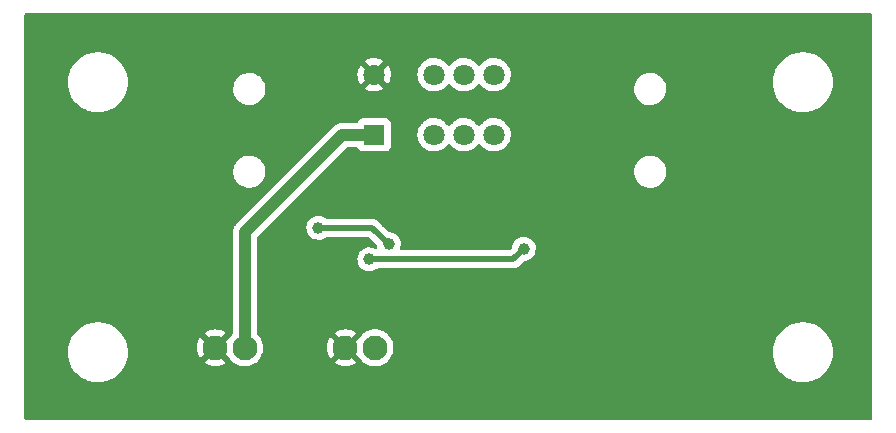
<source format=gbl>
G04 #@! TF.GenerationSoftware,KiCad,Pcbnew,6.0.5-a6ca702e91~116~ubuntu20.04.1*
G04 #@! TF.CreationDate,2022-05-28T13:47:51-04:00*
G04 #@! TF.ProjectId,audiomute,61756469-6f6d-4757-9465-2e6b69636164,rev?*
G04 #@! TF.SameCoordinates,Original*
G04 #@! TF.FileFunction,Copper,L2,Bot*
G04 #@! TF.FilePolarity,Positive*
%FSLAX46Y46*%
G04 Gerber Fmt 4.6, Leading zero omitted, Abs format (unit mm)*
G04 Created by KiCad (PCBNEW 6.0.5-a6ca702e91~116~ubuntu20.04.1) date 2022-05-28 13:47:51*
%MOMM*%
%LPD*%
G01*
G04 APERTURE LIST*
G04 #@! TA.AperFunction,ComponentPad*
%ADD10C,2.100000*%
G04 #@! TD*
G04 #@! TA.AperFunction,ComponentPad*
%ADD11R,1.800000X1.800000*%
G04 #@! TD*
G04 #@! TA.AperFunction,ComponentPad*
%ADD12C,1.800000*%
G04 #@! TD*
G04 #@! TA.AperFunction,ViaPad*
%ADD13C,1.000000*%
G04 #@! TD*
G04 #@! TA.AperFunction,Conductor*
%ADD14C,1.000000*%
G04 #@! TD*
G04 #@! TA.AperFunction,Conductor*
%ADD15C,0.500000*%
G04 #@! TD*
G04 APERTURE END LIST*
D10*
X100941000Y-101219000D03*
X98441000Y-101219000D03*
D11*
X100865000Y-83185000D03*
D12*
X105945000Y-83185000D03*
X108485000Y-83185000D03*
X111025000Y-83185000D03*
X111025000Y-78105000D03*
X108485000Y-78105000D03*
X105945000Y-78105000D03*
X100865000Y-78105000D03*
D10*
X89916000Y-101219000D03*
X87416000Y-101219000D03*
D13*
X110236000Y-89916000D03*
X72644000Y-74422000D03*
X141478000Y-74168000D03*
X141224000Y-105664000D03*
X73152000Y-105410000D03*
X113030000Y-103124000D03*
X106934000Y-96520000D03*
X101854000Y-90551000D03*
X107188000Y-74168000D03*
X119761000Y-75311000D03*
X114554000Y-85471000D03*
X112776000Y-80518000D03*
X120396000Y-105664000D03*
X73406000Y-89662000D03*
X114427000Y-95504000D03*
X82423000Y-82677000D03*
X121539000Y-91567000D03*
X131064000Y-78740000D03*
X85725000Y-75565000D03*
X131445000Y-97409000D03*
X140081000Y-88900000D03*
X96139000Y-91059000D03*
X102108000Y-92456000D03*
X100457000Y-93726000D03*
X113538000Y-92837000D03*
D14*
X100865000Y-83185000D02*
X98171000Y-83185000D01*
X98171000Y-83185000D02*
X89911000Y-91445000D01*
X89911000Y-91445000D02*
X89911000Y-94139000D01*
X89911000Y-101219000D02*
X89911000Y-94139000D01*
D15*
X100711000Y-91059000D02*
X102108000Y-92456000D01*
X96139000Y-91059000D02*
X100711000Y-91059000D01*
X112649000Y-93726000D02*
X113538000Y-92837000D01*
X100457000Y-93726000D02*
X112649000Y-93726000D01*
G04 #@! TA.AperFunction,Conductor*
G36*
X142943621Y-72918502D02*
G01*
X142990114Y-72972158D01*
X143001500Y-73024500D01*
X143001500Y-107188500D01*
X142981498Y-107256621D01*
X142927842Y-107303114D01*
X142875500Y-107314500D01*
X71373500Y-107314500D01*
X71305379Y-107294498D01*
X71258886Y-107240842D01*
X71247500Y-107188500D01*
X71247500Y-101600000D01*
X74924477Y-101600000D01*
X74944549Y-101919039D01*
X75004449Y-102233046D01*
X75103233Y-102537070D01*
X75104920Y-102540656D01*
X75104922Y-102540660D01*
X75237653Y-102822729D01*
X75237657Y-102822736D01*
X75239341Y-102826315D01*
X75410629Y-103096221D01*
X75614394Y-103342530D01*
X75847423Y-103561359D01*
X76106041Y-103749256D01*
X76386169Y-103903258D01*
X76548083Y-103967364D01*
X76679707Y-104019478D01*
X76679710Y-104019479D01*
X76683390Y-104020936D01*
X76687224Y-104021920D01*
X76687232Y-104021923D01*
X76879153Y-104071200D01*
X76993017Y-104100435D01*
X76996945Y-104100931D01*
X76996949Y-104100932D01*
X77122642Y-104116810D01*
X77310165Y-104140500D01*
X77629835Y-104140500D01*
X77817358Y-104116810D01*
X77943051Y-104100932D01*
X77943055Y-104100931D01*
X77946983Y-104100435D01*
X78060847Y-104071200D01*
X78252768Y-104021923D01*
X78252776Y-104021920D01*
X78256610Y-104020936D01*
X78260290Y-104019479D01*
X78260293Y-104019478D01*
X78391917Y-103967364D01*
X78553831Y-103903258D01*
X78833959Y-103749256D01*
X79092577Y-103561359D01*
X79325606Y-103342530D01*
X79529371Y-103096221D01*
X79700659Y-102826315D01*
X79702343Y-102822736D01*
X79702347Y-102822729D01*
X79835078Y-102540660D01*
X79835080Y-102540656D01*
X79836767Y-102537070D01*
X79852701Y-102488030D01*
X86511800Y-102488030D01*
X86517527Y-102495680D01*
X86702272Y-102608893D01*
X86711067Y-102613375D01*
X86928490Y-102703434D01*
X86937875Y-102706483D01*
X87166708Y-102761422D01*
X87176455Y-102762965D01*
X87411070Y-102781430D01*
X87420930Y-102781430D01*
X87655545Y-102762965D01*
X87665292Y-102761422D01*
X87894125Y-102706483D01*
X87903510Y-102703434D01*
X88120933Y-102613375D01*
X88129728Y-102608893D01*
X88310805Y-102497928D01*
X88320267Y-102487470D01*
X88316484Y-102478694D01*
X87428812Y-101591022D01*
X87414868Y-101583408D01*
X87413035Y-101583539D01*
X87406420Y-101587790D01*
X86518560Y-102475650D01*
X86511800Y-102488030D01*
X79852701Y-102488030D01*
X79935551Y-102233046D01*
X79995451Y-101919039D01*
X80015523Y-101600000D01*
X79995451Y-101280961D01*
X79984572Y-101223930D01*
X85853570Y-101223930D01*
X85872035Y-101458545D01*
X85873578Y-101468292D01*
X85928517Y-101697125D01*
X85931566Y-101706510D01*
X86021625Y-101923933D01*
X86026107Y-101932728D01*
X86137072Y-102113805D01*
X86147530Y-102123267D01*
X86156306Y-102119484D01*
X87043978Y-101231812D01*
X87050356Y-101220132D01*
X87780408Y-101220132D01*
X87780539Y-101221965D01*
X87784790Y-101228580D01*
X88572873Y-102016663D01*
X88591209Y-102039920D01*
X88651248Y-102137896D01*
X88654463Y-102141660D01*
X88654465Y-102141663D01*
X88782572Y-102291655D01*
X88810567Y-102324433D01*
X88814323Y-102327641D01*
X88991182Y-102478694D01*
X88997104Y-102483752D01*
X89001327Y-102486340D01*
X89001330Y-102486342D01*
X89020237Y-102497928D01*
X89206268Y-102611927D01*
X89350967Y-102671864D01*
X89428335Y-102703911D01*
X89428337Y-102703912D01*
X89432908Y-102705805D01*
X89515563Y-102725649D01*
X89666630Y-102761917D01*
X89666636Y-102761918D01*
X89671443Y-102763072D01*
X89916000Y-102782319D01*
X90160557Y-102763072D01*
X90165364Y-102761918D01*
X90165370Y-102761917D01*
X90316437Y-102725649D01*
X90399092Y-102705805D01*
X90403663Y-102703912D01*
X90403665Y-102703911D01*
X90481033Y-102671864D01*
X90625732Y-102611927D01*
X90811763Y-102497928D01*
X90827915Y-102488030D01*
X97536800Y-102488030D01*
X97542527Y-102495680D01*
X97727272Y-102608893D01*
X97736067Y-102613375D01*
X97953490Y-102703434D01*
X97962875Y-102706483D01*
X98191708Y-102761422D01*
X98201455Y-102762965D01*
X98436070Y-102781430D01*
X98445930Y-102781430D01*
X98680545Y-102762965D01*
X98690292Y-102761422D01*
X98919125Y-102706483D01*
X98928510Y-102703434D01*
X99145933Y-102613375D01*
X99154728Y-102608893D01*
X99335805Y-102497928D01*
X99345267Y-102487470D01*
X99341484Y-102478694D01*
X98453812Y-101591022D01*
X98439868Y-101583408D01*
X98438035Y-101583539D01*
X98431420Y-101587790D01*
X97543560Y-102475650D01*
X97536800Y-102488030D01*
X90827915Y-102488030D01*
X90830670Y-102486342D01*
X90830673Y-102486340D01*
X90834896Y-102483752D01*
X90840819Y-102478694D01*
X91017677Y-102327641D01*
X91021433Y-102324433D01*
X91049428Y-102291655D01*
X91177535Y-102141663D01*
X91177537Y-102141660D01*
X91180752Y-102137896D01*
X91308927Y-101928732D01*
X91402805Y-101702092D01*
X91428265Y-101596042D01*
X91458917Y-101468370D01*
X91458918Y-101468364D01*
X91460072Y-101463557D01*
X91478931Y-101223930D01*
X96878570Y-101223930D01*
X96897035Y-101458545D01*
X96898578Y-101468292D01*
X96953517Y-101697125D01*
X96956566Y-101706510D01*
X97046625Y-101923933D01*
X97051107Y-101932728D01*
X97162072Y-102113805D01*
X97172530Y-102123267D01*
X97181306Y-102119484D01*
X98068978Y-101231812D01*
X98075356Y-101220132D01*
X98805408Y-101220132D01*
X98805539Y-101221965D01*
X98809790Y-101228580D01*
X99597873Y-102016663D01*
X99616209Y-102039920D01*
X99676248Y-102137896D01*
X99679463Y-102141660D01*
X99679465Y-102141663D01*
X99807572Y-102291655D01*
X99835567Y-102324433D01*
X99839323Y-102327641D01*
X100016182Y-102478694D01*
X100022104Y-102483752D01*
X100026327Y-102486340D01*
X100026330Y-102486342D01*
X100045237Y-102497928D01*
X100231268Y-102611927D01*
X100375967Y-102671864D01*
X100453335Y-102703911D01*
X100453337Y-102703912D01*
X100457908Y-102705805D01*
X100540563Y-102725649D01*
X100691630Y-102761917D01*
X100691636Y-102761918D01*
X100696443Y-102763072D01*
X100941000Y-102782319D01*
X101185557Y-102763072D01*
X101190364Y-102761918D01*
X101190370Y-102761917D01*
X101341437Y-102725649D01*
X101424092Y-102705805D01*
X101428663Y-102703912D01*
X101428665Y-102703911D01*
X101506033Y-102671864D01*
X101650732Y-102611927D01*
X101836763Y-102497928D01*
X101855670Y-102486342D01*
X101855673Y-102486340D01*
X101859896Y-102483752D01*
X101865819Y-102478694D01*
X102042677Y-102327641D01*
X102046433Y-102324433D01*
X102074428Y-102291655D01*
X102202535Y-102141663D01*
X102202537Y-102141660D01*
X102205752Y-102137896D01*
X102333927Y-101928732D01*
X102427805Y-101702092D01*
X102452315Y-101600000D01*
X134614477Y-101600000D01*
X134634549Y-101919039D01*
X134694449Y-102233046D01*
X134793233Y-102537070D01*
X134794920Y-102540656D01*
X134794922Y-102540660D01*
X134927653Y-102822729D01*
X134927657Y-102822736D01*
X134929341Y-102826315D01*
X135100629Y-103096221D01*
X135304394Y-103342530D01*
X135537423Y-103561359D01*
X135796041Y-103749256D01*
X136076169Y-103903258D01*
X136238083Y-103967364D01*
X136369707Y-104019478D01*
X136369710Y-104019479D01*
X136373390Y-104020936D01*
X136377224Y-104021920D01*
X136377232Y-104021923D01*
X136569153Y-104071200D01*
X136683017Y-104100435D01*
X136686945Y-104100931D01*
X136686949Y-104100932D01*
X136812642Y-104116810D01*
X137000165Y-104140500D01*
X137319835Y-104140500D01*
X137507358Y-104116810D01*
X137633051Y-104100932D01*
X137633055Y-104100931D01*
X137636983Y-104100435D01*
X137750847Y-104071200D01*
X137942768Y-104021923D01*
X137942776Y-104021920D01*
X137946610Y-104020936D01*
X137950290Y-104019479D01*
X137950293Y-104019478D01*
X138081917Y-103967364D01*
X138243831Y-103903258D01*
X138523959Y-103749256D01*
X138782577Y-103561359D01*
X139015606Y-103342530D01*
X139219371Y-103096221D01*
X139390659Y-102826315D01*
X139392343Y-102822736D01*
X139392347Y-102822729D01*
X139525078Y-102540660D01*
X139525080Y-102540656D01*
X139526767Y-102537070D01*
X139625551Y-102233046D01*
X139685451Y-101919039D01*
X139705523Y-101600000D01*
X139685451Y-101280961D01*
X139625551Y-100966954D01*
X139526767Y-100662930D01*
X139456718Y-100514067D01*
X139392347Y-100377271D01*
X139392343Y-100377264D01*
X139390659Y-100373685D01*
X139386710Y-100367463D01*
X139221498Y-100107130D01*
X139221495Y-100107126D01*
X139219371Y-100103779D01*
X139107392Y-99968420D01*
X139018131Y-99860522D01*
X139018130Y-99860521D01*
X139015606Y-99857470D01*
X138782577Y-99638641D01*
X138523959Y-99450744D01*
X138243831Y-99296742D01*
X138081917Y-99232636D01*
X137950293Y-99180522D01*
X137950290Y-99180521D01*
X137946610Y-99179064D01*
X137942776Y-99178080D01*
X137942768Y-99178077D01*
X137750847Y-99128800D01*
X137636983Y-99099565D01*
X137633055Y-99099069D01*
X137633051Y-99099068D01*
X137507358Y-99083190D01*
X137319835Y-99059500D01*
X137000165Y-99059500D01*
X136812642Y-99083190D01*
X136686949Y-99099068D01*
X136686945Y-99099069D01*
X136683017Y-99099565D01*
X136569153Y-99128800D01*
X136377232Y-99178077D01*
X136377224Y-99178080D01*
X136373390Y-99179064D01*
X136369710Y-99180521D01*
X136369707Y-99180522D01*
X136238083Y-99232636D01*
X136076169Y-99296742D01*
X135796041Y-99450744D01*
X135537423Y-99638641D01*
X135304394Y-99857470D01*
X135301870Y-99860521D01*
X135301869Y-99860522D01*
X135212608Y-99968420D01*
X135100629Y-100103779D01*
X135098505Y-100107126D01*
X135098502Y-100107130D01*
X134933290Y-100367463D01*
X134929341Y-100373685D01*
X134927657Y-100377264D01*
X134927653Y-100377271D01*
X134863282Y-100514067D01*
X134793233Y-100662930D01*
X134694449Y-100966954D01*
X134634549Y-101280961D01*
X134614477Y-101600000D01*
X102452315Y-101600000D01*
X102453265Y-101596042D01*
X102483917Y-101468370D01*
X102483918Y-101468364D01*
X102485072Y-101463557D01*
X102504319Y-101219000D01*
X102485072Y-100974443D01*
X102483275Y-100966954D01*
X102428960Y-100740720D01*
X102427805Y-100735908D01*
X102333927Y-100509268D01*
X102205752Y-100300104D01*
X102046433Y-100113567D01*
X102024995Y-100095257D01*
X101863663Y-99957465D01*
X101863660Y-99957463D01*
X101859896Y-99954248D01*
X101855673Y-99951660D01*
X101855670Y-99951658D01*
X101786485Y-99909262D01*
X101650732Y-99826073D01*
X101506033Y-99766136D01*
X101428665Y-99734089D01*
X101428663Y-99734088D01*
X101424092Y-99732195D01*
X101341437Y-99712351D01*
X101190370Y-99676083D01*
X101190364Y-99676082D01*
X101185557Y-99674928D01*
X100941000Y-99655681D01*
X100696443Y-99674928D01*
X100691636Y-99676082D01*
X100691630Y-99676083D01*
X100540563Y-99712351D01*
X100457908Y-99732195D01*
X100453337Y-99734088D01*
X100453335Y-99734089D01*
X100375967Y-99766136D01*
X100231268Y-99826073D01*
X100095515Y-99909262D01*
X100026330Y-99951658D01*
X100026327Y-99951660D01*
X100022104Y-99954248D01*
X100018340Y-99957463D01*
X100018337Y-99957465D01*
X99857005Y-100095257D01*
X99835567Y-100113567D01*
X99676248Y-100300104D01*
X99616209Y-100398080D01*
X99597873Y-100421337D01*
X98813022Y-101206188D01*
X98805408Y-101220132D01*
X98075356Y-101220132D01*
X98076592Y-101217868D01*
X98076461Y-101216035D01*
X98072210Y-101209420D01*
X97184350Y-100321560D01*
X97171970Y-100314800D01*
X97164320Y-100320527D01*
X97051107Y-100505272D01*
X97046625Y-100514067D01*
X96956566Y-100731490D01*
X96953517Y-100740875D01*
X96898578Y-100969708D01*
X96897035Y-100979455D01*
X96878570Y-101214070D01*
X96878570Y-101223930D01*
X91478931Y-101223930D01*
X91479319Y-101219000D01*
X91460072Y-100974443D01*
X91458275Y-100966954D01*
X91403960Y-100740720D01*
X91402805Y-100735908D01*
X91308927Y-100509268D01*
X91180752Y-100300104D01*
X91021433Y-100113567D01*
X91017677Y-100110359D01*
X91017670Y-100110352D01*
X90963669Y-100064230D01*
X90924860Y-100004780D01*
X90919500Y-99968420D01*
X90919500Y-99950530D01*
X97536733Y-99950530D01*
X97540516Y-99959306D01*
X98428188Y-100846978D01*
X98442132Y-100854592D01*
X98443965Y-100854461D01*
X98450580Y-100850210D01*
X99338440Y-99962350D01*
X99345200Y-99949970D01*
X99339473Y-99942320D01*
X99154728Y-99829107D01*
X99145933Y-99824625D01*
X98928510Y-99734566D01*
X98919125Y-99731517D01*
X98690292Y-99676578D01*
X98680545Y-99675035D01*
X98445930Y-99656570D01*
X98436070Y-99656570D01*
X98201455Y-99675035D01*
X98191708Y-99676578D01*
X97962875Y-99731517D01*
X97953490Y-99734566D01*
X97736067Y-99824625D01*
X97727272Y-99829107D01*
X97546195Y-99940072D01*
X97536733Y-99950530D01*
X90919500Y-99950530D01*
X90919500Y-91914925D01*
X90939502Y-91846804D01*
X90956405Y-91825830D01*
X91737384Y-91044851D01*
X95125719Y-91044851D01*
X95126626Y-91055652D01*
X95141546Y-91233331D01*
X95142268Y-91241934D01*
X95143967Y-91247858D01*
X95192534Y-91417231D01*
X95196783Y-91432050D01*
X95287187Y-91607956D01*
X95410035Y-91762953D01*
X95560650Y-91891136D01*
X95733294Y-91987624D01*
X95921392Y-92048740D01*
X96117777Y-92072158D01*
X96123912Y-92071686D01*
X96123914Y-92071686D01*
X96308830Y-92057457D01*
X96308834Y-92057456D01*
X96314972Y-92056984D01*
X96505463Y-92003798D01*
X96510967Y-92001018D01*
X96510969Y-92001017D01*
X96676495Y-91917404D01*
X96676497Y-91917403D01*
X96681996Y-91914625D01*
X96772121Y-91844211D01*
X96838116Y-91818033D01*
X96849695Y-91817500D01*
X100344629Y-91817500D01*
X100412750Y-91837502D01*
X100433724Y-91854405D01*
X101068856Y-92489537D01*
X101102882Y-92551849D01*
X101105319Y-92568089D01*
X101110208Y-92626306D01*
X101111268Y-92638934D01*
X101128521Y-92699102D01*
X101128071Y-92770095D01*
X101089309Y-92829577D01*
X101024543Y-92858660D01*
X100954334Y-92848110D01*
X100947473Y-92844667D01*
X100870568Y-92803085D01*
X100849701Y-92791802D01*
X100660768Y-92733318D01*
X100654643Y-92732674D01*
X100654642Y-92732674D01*
X100470204Y-92713289D01*
X100470202Y-92713289D01*
X100464075Y-92712645D01*
X100381576Y-92720153D01*
X100273251Y-92730011D01*
X100273248Y-92730012D01*
X100267112Y-92730570D01*
X100261206Y-92732308D01*
X100261202Y-92732309D01*
X100156076Y-92763249D01*
X100077381Y-92786410D01*
X100071923Y-92789263D01*
X100071919Y-92789265D01*
X99987316Y-92833495D01*
X99902110Y-92878040D01*
X99747975Y-93001968D01*
X99620846Y-93153474D01*
X99617879Y-93158872D01*
X99617875Y-93158877D01*
X99568232Y-93249179D01*
X99525567Y-93326787D01*
X99465765Y-93515306D01*
X99443719Y-93711851D01*
X99460268Y-93908934D01*
X99514783Y-94099050D01*
X99517602Y-94104535D01*
X99594624Y-94254402D01*
X99605187Y-94274956D01*
X99728035Y-94429953D01*
X99732728Y-94433947D01*
X99732729Y-94433948D01*
X99796357Y-94488099D01*
X99878650Y-94558136D01*
X100051294Y-94654624D01*
X100239392Y-94715740D01*
X100435777Y-94739158D01*
X100441912Y-94738686D01*
X100441914Y-94738686D01*
X100626830Y-94724457D01*
X100626834Y-94724456D01*
X100632972Y-94723984D01*
X100823463Y-94670798D01*
X100828967Y-94668018D01*
X100828969Y-94668017D01*
X100994495Y-94584404D01*
X100994497Y-94584403D01*
X100999996Y-94581625D01*
X101090121Y-94511211D01*
X101156116Y-94485033D01*
X101167695Y-94484500D01*
X112581930Y-94484500D01*
X112600880Y-94485933D01*
X112615115Y-94488099D01*
X112615119Y-94488099D01*
X112622349Y-94489199D01*
X112629641Y-94488606D01*
X112629644Y-94488606D01*
X112675018Y-94484915D01*
X112685233Y-94484500D01*
X112693293Y-94484500D01*
X112706583Y-94482951D01*
X112721507Y-94481211D01*
X112725882Y-94480778D01*
X112791339Y-94475454D01*
X112791342Y-94475453D01*
X112798637Y-94474860D01*
X112805601Y-94472604D01*
X112811560Y-94471413D01*
X112817415Y-94470029D01*
X112824681Y-94469182D01*
X112893327Y-94444265D01*
X112897455Y-94442848D01*
X112959936Y-94422607D01*
X112959938Y-94422606D01*
X112966899Y-94420351D01*
X112973154Y-94416555D01*
X112978628Y-94414049D01*
X112984058Y-94411330D01*
X112990937Y-94408833D01*
X113051976Y-94368814D01*
X113055680Y-94366477D01*
X113118107Y-94328595D01*
X113126484Y-94321197D01*
X113126508Y-94321224D01*
X113129500Y-94318571D01*
X113132733Y-94315868D01*
X113138852Y-94311856D01*
X113192128Y-94255617D01*
X113194506Y-94253175D01*
X113571296Y-93876385D01*
X113633608Y-93842359D01*
X113650723Y-93839851D01*
X113657513Y-93839329D01*
X113707830Y-93835457D01*
X113707834Y-93835456D01*
X113713972Y-93834984D01*
X113904463Y-93781798D01*
X113909967Y-93779018D01*
X113909969Y-93779017D01*
X114075495Y-93695404D01*
X114075497Y-93695403D01*
X114080996Y-93692625D01*
X114236847Y-93570861D01*
X114366078Y-93421145D01*
X114463769Y-93249179D01*
X114526197Y-93061513D01*
X114550985Y-92865295D01*
X114551380Y-92837000D01*
X114532080Y-92640167D01*
X114474916Y-92450831D01*
X114382066Y-92276204D01*
X114311709Y-92189938D01*
X114260960Y-92127713D01*
X114260957Y-92127710D01*
X114257065Y-92122938D01*
X114250724Y-92117692D01*
X114109425Y-92000799D01*
X114109421Y-92000797D01*
X114104675Y-91996870D01*
X113930701Y-91902802D01*
X113741768Y-91844318D01*
X113735643Y-91843674D01*
X113735642Y-91843674D01*
X113551204Y-91824289D01*
X113551202Y-91824289D01*
X113545075Y-91823645D01*
X113462576Y-91831153D01*
X113354251Y-91841011D01*
X113354248Y-91841012D01*
X113348112Y-91841570D01*
X113342206Y-91843308D01*
X113342202Y-91843309D01*
X113276198Y-91862735D01*
X113158381Y-91897410D01*
X113152923Y-91900263D01*
X113152919Y-91900265D01*
X113120136Y-91917404D01*
X112983110Y-91989040D01*
X112828975Y-92112968D01*
X112701846Y-92264474D01*
X112698879Y-92269872D01*
X112698875Y-92269877D01*
X112695397Y-92276204D01*
X112606567Y-92437787D01*
X112604706Y-92443654D01*
X112604705Y-92443656D01*
X112548627Y-92620436D01*
X112546765Y-92626306D01*
X112544685Y-92644854D01*
X112535354Y-92728035D01*
X112507883Y-92793502D01*
X112499234Y-92803085D01*
X112371724Y-92930595D01*
X112309412Y-92964621D01*
X112282629Y-92967500D01*
X103175432Y-92967500D01*
X103107311Y-92947498D01*
X103060818Y-92893842D01*
X103050714Y-92823568D01*
X103055874Y-92801728D01*
X103058201Y-92794732D01*
X103096197Y-92680513D01*
X103120985Y-92484295D01*
X103121380Y-92456000D01*
X103102080Y-92259167D01*
X103044916Y-92069831D01*
X102952066Y-91895204D01*
X102847463Y-91766948D01*
X102830960Y-91746713D01*
X102830957Y-91746710D01*
X102827065Y-91741938D01*
X102822316Y-91738009D01*
X102679425Y-91619799D01*
X102679421Y-91619797D01*
X102674675Y-91615870D01*
X102500701Y-91521802D01*
X102311768Y-91463318D01*
X102305646Y-91462675D01*
X102305643Y-91462674D01*
X102260878Y-91457969D01*
X102217836Y-91453446D01*
X102152180Y-91426433D01*
X102141912Y-91417231D01*
X101294770Y-90570089D01*
X101282384Y-90555677D01*
X101273851Y-90544082D01*
X101273846Y-90544077D01*
X101269508Y-90538182D01*
X101263930Y-90533443D01*
X101263927Y-90533440D01*
X101229232Y-90503965D01*
X101221716Y-90497035D01*
X101216021Y-90491340D01*
X101203896Y-90481747D01*
X101193749Y-90473719D01*
X101190345Y-90470928D01*
X101140297Y-90428409D01*
X101140295Y-90428408D01*
X101134715Y-90423667D01*
X101128199Y-90420339D01*
X101123150Y-90416972D01*
X101118021Y-90413805D01*
X101112284Y-90409266D01*
X101046125Y-90378345D01*
X101042225Y-90376439D01*
X100977192Y-90343231D01*
X100970084Y-90341492D01*
X100964441Y-90339393D01*
X100958678Y-90337476D01*
X100952050Y-90334378D01*
X100880583Y-90319513D01*
X100876299Y-90318543D01*
X100805390Y-90301192D01*
X100799788Y-90300844D01*
X100799785Y-90300844D01*
X100794236Y-90300500D01*
X100794238Y-90300464D01*
X100790245Y-90300225D01*
X100786053Y-90299851D01*
X100778885Y-90298360D01*
X100712675Y-90300151D01*
X100701479Y-90300454D01*
X100698072Y-90300500D01*
X96849712Y-90300500D01*
X96781591Y-90280498D01*
X96769397Y-90271585D01*
X96747706Y-90253641D01*
X96705675Y-90218870D01*
X96531701Y-90124802D01*
X96342768Y-90066318D01*
X96336643Y-90065674D01*
X96336642Y-90065674D01*
X96152204Y-90046289D01*
X96152202Y-90046289D01*
X96146075Y-90045645D01*
X96063576Y-90053153D01*
X95955251Y-90063011D01*
X95955248Y-90063012D01*
X95949112Y-90063570D01*
X95943206Y-90065308D01*
X95943202Y-90065309D01*
X95838076Y-90096249D01*
X95759381Y-90119410D01*
X95753923Y-90122263D01*
X95753919Y-90122265D01*
X95663147Y-90169720D01*
X95584110Y-90211040D01*
X95429975Y-90334968D01*
X95302846Y-90486474D01*
X95299879Y-90491872D01*
X95299875Y-90491877D01*
X95221095Y-90635180D01*
X95207567Y-90659787D01*
X95147765Y-90848306D01*
X95125719Y-91044851D01*
X91737384Y-91044851D01*
X96536460Y-86245774D01*
X122878102Y-86245774D01*
X122886751Y-86476158D01*
X122934093Y-86701791D01*
X123018776Y-86916221D01*
X123021543Y-86920780D01*
X123021544Y-86920783D01*
X123086883Y-87028458D01*
X123138377Y-87113317D01*
X123141874Y-87117347D01*
X123284242Y-87281412D01*
X123289477Y-87287445D01*
X123293608Y-87290832D01*
X123463627Y-87430240D01*
X123463633Y-87430244D01*
X123467755Y-87433624D01*
X123472391Y-87436263D01*
X123472394Y-87436265D01*
X123577908Y-87496327D01*
X123668114Y-87547675D01*
X123884825Y-87626337D01*
X123890074Y-87627286D01*
X123890077Y-87627287D01*
X124107608Y-87666623D01*
X124107615Y-87666624D01*
X124111692Y-87667361D01*
X124129414Y-87668197D01*
X124134356Y-87668430D01*
X124134363Y-87668430D01*
X124135844Y-87668500D01*
X124297890Y-87668500D01*
X124364809Y-87662822D01*
X124464409Y-87654371D01*
X124464413Y-87654370D01*
X124469720Y-87653920D01*
X124474875Y-87652582D01*
X124474881Y-87652581D01*
X124687703Y-87597343D01*
X124687707Y-87597342D01*
X124692872Y-87596001D01*
X124697738Y-87593809D01*
X124697741Y-87593808D01*
X124898202Y-87503507D01*
X124903075Y-87501312D01*
X125094319Y-87372559D01*
X125100275Y-87366878D01*
X125257278Y-87217103D01*
X125261135Y-87213424D01*
X125398754Y-87028458D01*
X125402189Y-87021703D01*
X125500822Y-86827704D01*
X125503240Y-86822949D01*
X125539321Y-86706752D01*
X125570024Y-86607871D01*
X125571607Y-86602773D01*
X125572573Y-86595484D01*
X125601198Y-86379511D01*
X125601198Y-86379506D01*
X125601898Y-86374226D01*
X125593249Y-86143842D01*
X125545907Y-85918209D01*
X125496181Y-85792296D01*
X125463185Y-85708744D01*
X125463184Y-85708742D01*
X125461224Y-85703779D01*
X125341623Y-85506683D01*
X125254755Y-85406576D01*
X125194023Y-85336588D01*
X125194021Y-85336586D01*
X125190523Y-85332555D01*
X125148970Y-85298484D01*
X125016373Y-85189760D01*
X125016367Y-85189756D01*
X125012245Y-85186376D01*
X125007609Y-85183737D01*
X125007606Y-85183735D01*
X124816529Y-85074968D01*
X124811886Y-85072325D01*
X124595175Y-84993663D01*
X124589926Y-84992714D01*
X124589923Y-84992713D01*
X124372392Y-84953377D01*
X124372385Y-84953376D01*
X124368308Y-84952639D01*
X124350586Y-84951803D01*
X124345644Y-84951570D01*
X124345637Y-84951570D01*
X124344156Y-84951500D01*
X124182110Y-84951500D01*
X124115191Y-84957178D01*
X124015591Y-84965629D01*
X124015587Y-84965630D01*
X124010280Y-84966080D01*
X124005125Y-84967418D01*
X124005119Y-84967419D01*
X123792297Y-85022657D01*
X123792293Y-85022658D01*
X123787128Y-85023999D01*
X123782262Y-85026191D01*
X123782259Y-85026192D01*
X123678420Y-85072968D01*
X123576925Y-85118688D01*
X123385681Y-85247441D01*
X123218865Y-85406576D01*
X123081246Y-85591542D01*
X122976760Y-85797051D01*
X122975178Y-85802145D01*
X122975177Y-85802148D01*
X122913115Y-86002020D01*
X122908393Y-86017227D01*
X122907692Y-86022516D01*
X122879068Y-86238489D01*
X122878102Y-86245774D01*
X96536460Y-86245774D01*
X98551829Y-84230405D01*
X98614141Y-84196379D01*
X98640924Y-84193500D01*
X99375246Y-84193500D01*
X99443367Y-84213502D01*
X99489860Y-84267158D01*
X99493228Y-84275270D01*
X99514385Y-84331705D01*
X99601739Y-84448261D01*
X99718295Y-84535615D01*
X99854684Y-84586745D01*
X99916866Y-84593500D01*
X101813134Y-84593500D01*
X101875316Y-84586745D01*
X102011705Y-84535615D01*
X102128261Y-84448261D01*
X102215615Y-84331705D01*
X102266745Y-84195316D01*
X102273500Y-84133134D01*
X102273500Y-83150469D01*
X104532095Y-83150469D01*
X104532392Y-83155622D01*
X104532392Y-83155625D01*
X104538067Y-83254041D01*
X104545427Y-83381697D01*
X104546564Y-83386743D01*
X104546565Y-83386749D01*
X104578741Y-83529523D01*
X104596346Y-83607642D01*
X104598288Y-83612424D01*
X104598289Y-83612428D01*
X104673467Y-83797568D01*
X104683484Y-83822237D01*
X104804501Y-84019719D01*
X104956147Y-84194784D01*
X105134349Y-84342730D01*
X105334322Y-84459584D01*
X105550694Y-84542209D01*
X105555760Y-84543240D01*
X105555761Y-84543240D01*
X105608846Y-84554040D01*
X105777656Y-84588385D01*
X105907089Y-84593131D01*
X106003949Y-84596683D01*
X106003953Y-84596683D01*
X106009113Y-84596872D01*
X106014233Y-84596216D01*
X106014235Y-84596216D01*
X106088166Y-84586745D01*
X106238847Y-84567442D01*
X106243795Y-84565957D01*
X106243802Y-84565956D01*
X106455747Y-84502369D01*
X106460690Y-84500886D01*
X106541236Y-84461427D01*
X106664049Y-84401262D01*
X106664052Y-84401260D01*
X106668684Y-84398991D01*
X106857243Y-84264494D01*
X107021303Y-84101005D01*
X107024319Y-84096808D01*
X107024326Y-84096800D01*
X107111960Y-83974844D01*
X107167954Y-83931196D01*
X107238658Y-83924750D01*
X107301622Y-83957553D01*
X107321715Y-83982536D01*
X107341800Y-84015313D01*
X107341804Y-84015318D01*
X107344501Y-84019719D01*
X107496147Y-84194784D01*
X107674349Y-84342730D01*
X107874322Y-84459584D01*
X108090694Y-84542209D01*
X108095760Y-84543240D01*
X108095761Y-84543240D01*
X108148846Y-84554040D01*
X108317656Y-84588385D01*
X108447089Y-84593131D01*
X108543949Y-84596683D01*
X108543953Y-84596683D01*
X108549113Y-84596872D01*
X108554233Y-84596216D01*
X108554235Y-84596216D01*
X108628166Y-84586745D01*
X108778847Y-84567442D01*
X108783795Y-84565957D01*
X108783802Y-84565956D01*
X108995747Y-84502369D01*
X109000690Y-84500886D01*
X109081236Y-84461427D01*
X109204049Y-84401262D01*
X109204052Y-84401260D01*
X109208684Y-84398991D01*
X109397243Y-84264494D01*
X109561303Y-84101005D01*
X109564319Y-84096808D01*
X109564326Y-84096800D01*
X109651960Y-83974844D01*
X109707954Y-83931196D01*
X109778658Y-83924750D01*
X109841622Y-83957553D01*
X109861715Y-83982536D01*
X109881800Y-84015313D01*
X109881804Y-84015318D01*
X109884501Y-84019719D01*
X110036147Y-84194784D01*
X110214349Y-84342730D01*
X110414322Y-84459584D01*
X110630694Y-84542209D01*
X110635760Y-84543240D01*
X110635761Y-84543240D01*
X110688846Y-84554040D01*
X110857656Y-84588385D01*
X110987089Y-84593131D01*
X111083949Y-84596683D01*
X111083953Y-84596683D01*
X111089113Y-84596872D01*
X111094233Y-84596216D01*
X111094235Y-84596216D01*
X111168166Y-84586745D01*
X111318847Y-84567442D01*
X111323795Y-84565957D01*
X111323802Y-84565956D01*
X111535747Y-84502369D01*
X111540690Y-84500886D01*
X111621236Y-84461427D01*
X111744049Y-84401262D01*
X111744052Y-84401260D01*
X111748684Y-84398991D01*
X111937243Y-84264494D01*
X112101303Y-84101005D01*
X112236458Y-83912917D01*
X112283641Y-83817450D01*
X112336784Y-83709922D01*
X112336785Y-83709920D01*
X112339078Y-83705280D01*
X112406408Y-83483671D01*
X112436640Y-83254041D01*
X112438327Y-83185000D01*
X112432032Y-83108434D01*
X112419773Y-82959318D01*
X112419772Y-82959312D01*
X112419349Y-82954167D01*
X112362925Y-82729533D01*
X112360866Y-82724797D01*
X112272630Y-82521868D01*
X112272628Y-82521865D01*
X112270570Y-82517131D01*
X112144764Y-82322665D01*
X111988887Y-82151358D01*
X111984836Y-82148159D01*
X111984832Y-82148155D01*
X111811177Y-82011011D01*
X111811172Y-82011008D01*
X111807123Y-82007810D01*
X111802607Y-82005317D01*
X111802604Y-82005315D01*
X111608879Y-81898373D01*
X111608875Y-81898371D01*
X111604355Y-81895876D01*
X111599486Y-81894152D01*
X111599482Y-81894150D01*
X111390903Y-81820288D01*
X111390899Y-81820287D01*
X111386028Y-81818562D01*
X111380935Y-81817655D01*
X111380932Y-81817654D01*
X111163095Y-81778851D01*
X111163089Y-81778850D01*
X111158006Y-81777945D01*
X111085096Y-81777054D01*
X110931581Y-81775179D01*
X110931579Y-81775179D01*
X110926411Y-81775116D01*
X110697464Y-81810150D01*
X110477314Y-81882106D01*
X110472726Y-81884494D01*
X110472722Y-81884496D01*
X110276461Y-81986663D01*
X110271872Y-81989052D01*
X110267739Y-81992155D01*
X110267736Y-81992157D01*
X110195088Y-82046703D01*
X110086655Y-82128117D01*
X110060792Y-82155181D01*
X109973484Y-82246544D01*
X109926639Y-82295564D01*
X109859306Y-82394271D01*
X109804397Y-82439271D01*
X109733872Y-82447442D01*
X109670125Y-82416188D01*
X109649428Y-82391705D01*
X109614964Y-82338431D01*
X109604764Y-82322665D01*
X109448887Y-82151358D01*
X109444836Y-82148159D01*
X109444832Y-82148155D01*
X109271177Y-82011011D01*
X109271172Y-82011008D01*
X109267123Y-82007810D01*
X109262607Y-82005317D01*
X109262604Y-82005315D01*
X109068879Y-81898373D01*
X109068875Y-81898371D01*
X109064355Y-81895876D01*
X109059486Y-81894152D01*
X109059482Y-81894150D01*
X108850903Y-81820288D01*
X108850899Y-81820287D01*
X108846028Y-81818562D01*
X108840935Y-81817655D01*
X108840932Y-81817654D01*
X108623095Y-81778851D01*
X108623089Y-81778850D01*
X108618006Y-81777945D01*
X108545096Y-81777054D01*
X108391581Y-81775179D01*
X108391579Y-81775179D01*
X108386411Y-81775116D01*
X108157464Y-81810150D01*
X107937314Y-81882106D01*
X107932726Y-81884494D01*
X107932722Y-81884496D01*
X107736461Y-81986663D01*
X107731872Y-81989052D01*
X107727739Y-81992155D01*
X107727736Y-81992157D01*
X107655088Y-82046703D01*
X107546655Y-82128117D01*
X107520792Y-82155181D01*
X107433484Y-82246544D01*
X107386639Y-82295564D01*
X107319306Y-82394271D01*
X107264397Y-82439271D01*
X107193872Y-82447442D01*
X107130125Y-82416188D01*
X107109428Y-82391705D01*
X107074964Y-82338431D01*
X107064764Y-82322665D01*
X106908887Y-82151358D01*
X106904836Y-82148159D01*
X106904832Y-82148155D01*
X106731177Y-82011011D01*
X106731172Y-82011008D01*
X106727123Y-82007810D01*
X106722607Y-82005317D01*
X106722604Y-82005315D01*
X106528879Y-81898373D01*
X106528875Y-81898371D01*
X106524355Y-81895876D01*
X106519486Y-81894152D01*
X106519482Y-81894150D01*
X106310903Y-81820288D01*
X106310899Y-81820287D01*
X106306028Y-81818562D01*
X106300935Y-81817655D01*
X106300932Y-81817654D01*
X106083095Y-81778851D01*
X106083089Y-81778850D01*
X106078006Y-81777945D01*
X106005096Y-81777054D01*
X105851581Y-81775179D01*
X105851579Y-81775179D01*
X105846411Y-81775116D01*
X105617464Y-81810150D01*
X105397314Y-81882106D01*
X105392726Y-81884494D01*
X105392722Y-81884496D01*
X105196461Y-81986663D01*
X105191872Y-81989052D01*
X105187739Y-81992155D01*
X105187736Y-81992157D01*
X105115088Y-82046703D01*
X105006655Y-82128117D01*
X104980792Y-82155181D01*
X104893484Y-82246544D01*
X104846639Y-82295564D01*
X104843730Y-82299829D01*
X104843724Y-82299837D01*
X104828152Y-82322665D01*
X104716119Y-82486899D01*
X104618602Y-82696981D01*
X104556707Y-82920169D01*
X104532095Y-83150469D01*
X102273500Y-83150469D01*
X102273500Y-82236866D01*
X102266745Y-82174684D01*
X102215615Y-82038295D01*
X102128261Y-81921739D01*
X102011705Y-81834385D01*
X101875316Y-81783255D01*
X101813134Y-81776500D01*
X99916866Y-81776500D01*
X99854684Y-81783255D01*
X99718295Y-81834385D01*
X99601739Y-81921739D01*
X99514385Y-82038295D01*
X99511233Y-82046703D01*
X99493228Y-82094730D01*
X99450586Y-82151495D01*
X99384024Y-82176194D01*
X99375246Y-82176500D01*
X98232843Y-82176500D01*
X98219236Y-82175763D01*
X98187738Y-82172341D01*
X98187733Y-82172341D01*
X98181612Y-82171676D01*
X98155362Y-82173973D01*
X98131612Y-82176050D01*
X98126786Y-82176379D01*
X98124314Y-82176500D01*
X98121231Y-82176500D01*
X98109262Y-82177674D01*
X98078494Y-82180690D01*
X98077181Y-82180812D01*
X98032916Y-82184685D01*
X97984587Y-82188913D01*
X97979468Y-82190400D01*
X97974167Y-82190920D01*
X97885166Y-82217791D01*
X97884033Y-82218126D01*
X97800586Y-82242370D01*
X97800582Y-82242372D01*
X97794664Y-82244091D01*
X97789932Y-82246544D01*
X97784831Y-82248084D01*
X97779388Y-82250978D01*
X97702740Y-82291731D01*
X97701574Y-82292343D01*
X97634708Y-82327004D01*
X97619074Y-82335108D01*
X97614911Y-82338431D01*
X97610204Y-82340934D01*
X97538082Y-82399755D01*
X97537226Y-82400446D01*
X97498027Y-82431738D01*
X97495523Y-82434242D01*
X97494805Y-82434884D01*
X97490472Y-82438585D01*
X97456938Y-82465935D01*
X97453011Y-82470682D01*
X97453009Y-82470684D01*
X97427713Y-82501262D01*
X97419723Y-82510042D01*
X89241621Y-90688145D01*
X89231478Y-90697247D01*
X89201975Y-90720968D01*
X89198008Y-90725696D01*
X89169709Y-90759421D01*
X89166528Y-90763069D01*
X89164885Y-90764881D01*
X89162691Y-90767075D01*
X89135358Y-90800349D01*
X89134696Y-90801147D01*
X89074846Y-90872474D01*
X89072278Y-90877144D01*
X89068897Y-90881261D01*
X89037860Y-90939145D01*
X89025023Y-90963086D01*
X89024394Y-90964245D01*
X88982538Y-91040381D01*
X88982535Y-91040389D01*
X88979567Y-91045787D01*
X88977955Y-91050869D01*
X88975438Y-91055563D01*
X88948238Y-91144531D01*
X88947918Y-91145559D01*
X88919765Y-91234306D01*
X88919171Y-91239602D01*
X88917613Y-91244698D01*
X88916990Y-91250834D01*
X88908218Y-91337187D01*
X88908089Y-91338393D01*
X88902500Y-91388227D01*
X88902500Y-91391754D01*
X88902445Y-91392739D01*
X88901998Y-91398419D01*
X88897626Y-91441462D01*
X88901623Y-91483741D01*
X88901941Y-91487109D01*
X88902500Y-91498967D01*
X88902500Y-99976961D01*
X88882498Y-100045082D01*
X88858331Y-100072771D01*
X88814330Y-100110352D01*
X88814323Y-100110359D01*
X88810567Y-100113567D01*
X88651248Y-100300104D01*
X88591209Y-100398080D01*
X88572873Y-100421337D01*
X87788022Y-101206188D01*
X87780408Y-101220132D01*
X87050356Y-101220132D01*
X87051592Y-101217868D01*
X87051461Y-101216035D01*
X87047210Y-101209420D01*
X86159350Y-100321560D01*
X86146970Y-100314800D01*
X86139320Y-100320527D01*
X86026107Y-100505272D01*
X86021625Y-100514067D01*
X85931566Y-100731490D01*
X85928517Y-100740875D01*
X85873578Y-100969708D01*
X85872035Y-100979455D01*
X85853570Y-101214070D01*
X85853570Y-101223930D01*
X79984572Y-101223930D01*
X79935551Y-100966954D01*
X79836767Y-100662930D01*
X79766718Y-100514067D01*
X79702347Y-100377271D01*
X79702343Y-100377264D01*
X79700659Y-100373685D01*
X79696710Y-100367463D01*
X79531498Y-100107130D01*
X79531495Y-100107126D01*
X79529371Y-100103779D01*
X79417392Y-99968420D01*
X79402592Y-99950530D01*
X86511733Y-99950530D01*
X86515516Y-99959306D01*
X87403188Y-100846978D01*
X87417132Y-100854592D01*
X87418965Y-100854461D01*
X87425580Y-100850210D01*
X88313440Y-99962350D01*
X88320200Y-99949970D01*
X88314473Y-99942320D01*
X88129728Y-99829107D01*
X88120933Y-99824625D01*
X87903510Y-99734566D01*
X87894125Y-99731517D01*
X87665292Y-99676578D01*
X87655545Y-99675035D01*
X87420930Y-99656570D01*
X87411070Y-99656570D01*
X87176455Y-99675035D01*
X87166708Y-99676578D01*
X86937875Y-99731517D01*
X86928490Y-99734566D01*
X86711067Y-99824625D01*
X86702272Y-99829107D01*
X86521195Y-99940072D01*
X86511733Y-99950530D01*
X79402592Y-99950530D01*
X79328131Y-99860522D01*
X79328130Y-99860521D01*
X79325606Y-99857470D01*
X79092577Y-99638641D01*
X78833959Y-99450744D01*
X78553831Y-99296742D01*
X78391917Y-99232636D01*
X78260293Y-99180522D01*
X78260290Y-99180521D01*
X78256610Y-99179064D01*
X78252776Y-99178080D01*
X78252768Y-99178077D01*
X78060847Y-99128800D01*
X77946983Y-99099565D01*
X77943055Y-99099069D01*
X77943051Y-99099068D01*
X77817358Y-99083190D01*
X77629835Y-99059500D01*
X77310165Y-99059500D01*
X77122642Y-99083190D01*
X76996949Y-99099068D01*
X76996945Y-99099069D01*
X76993017Y-99099565D01*
X76879153Y-99128800D01*
X76687232Y-99178077D01*
X76687224Y-99178080D01*
X76683390Y-99179064D01*
X76679710Y-99180521D01*
X76679707Y-99180522D01*
X76548083Y-99232636D01*
X76386169Y-99296742D01*
X76106041Y-99450744D01*
X75847423Y-99638641D01*
X75614394Y-99857470D01*
X75611870Y-99860521D01*
X75611869Y-99860522D01*
X75522608Y-99968420D01*
X75410629Y-100103779D01*
X75408505Y-100107126D01*
X75408502Y-100107130D01*
X75243290Y-100367463D01*
X75239341Y-100373685D01*
X75237657Y-100377264D01*
X75237653Y-100377271D01*
X75173282Y-100514067D01*
X75103233Y-100662930D01*
X75004449Y-100966954D01*
X74944549Y-101280961D01*
X74924477Y-101600000D01*
X71247500Y-101600000D01*
X71247500Y-86243774D01*
X88935102Y-86243774D01*
X88943751Y-86474158D01*
X88991093Y-86699791D01*
X88993051Y-86704750D01*
X88993052Y-86704752D01*
X89041609Y-86827704D01*
X89075776Y-86914221D01*
X89195377Y-87111317D01*
X89198874Y-87115347D01*
X89285438Y-87215103D01*
X89346477Y-87285445D01*
X89350608Y-87288832D01*
X89520627Y-87428240D01*
X89520633Y-87428244D01*
X89524755Y-87431624D01*
X89529391Y-87434263D01*
X89529394Y-87434265D01*
X89532908Y-87436265D01*
X89725114Y-87545675D01*
X89941825Y-87624337D01*
X89947074Y-87625286D01*
X89947077Y-87625287D01*
X90164608Y-87664623D01*
X90164615Y-87664624D01*
X90168692Y-87665361D01*
X90186414Y-87666197D01*
X90191356Y-87666430D01*
X90191363Y-87666430D01*
X90192844Y-87666500D01*
X90354890Y-87666500D01*
X90421809Y-87660822D01*
X90521409Y-87652371D01*
X90521413Y-87652370D01*
X90526720Y-87651920D01*
X90531875Y-87650582D01*
X90531881Y-87650581D01*
X90744703Y-87595343D01*
X90744707Y-87595342D01*
X90749872Y-87594001D01*
X90754738Y-87591809D01*
X90754741Y-87591808D01*
X90955202Y-87501507D01*
X90960075Y-87499312D01*
X91151319Y-87370559D01*
X91318135Y-87211424D01*
X91455754Y-87026458D01*
X91560240Y-86820949D01*
X91595700Y-86706752D01*
X91627024Y-86605871D01*
X91628607Y-86600773D01*
X91629308Y-86595484D01*
X91658198Y-86377511D01*
X91658198Y-86377506D01*
X91658898Y-86372226D01*
X91650249Y-86141842D01*
X91602907Y-85916209D01*
X91518224Y-85701779D01*
X91451331Y-85591542D01*
X91401390Y-85509243D01*
X91398623Y-85504683D01*
X91315467Y-85408854D01*
X91251023Y-85334588D01*
X91251021Y-85334586D01*
X91247523Y-85330555D01*
X91150648Y-85251122D01*
X91073373Y-85187760D01*
X91073367Y-85187756D01*
X91069245Y-85184376D01*
X91064609Y-85181737D01*
X91064606Y-85181735D01*
X90873529Y-85072968D01*
X90868886Y-85070325D01*
X90652175Y-84991663D01*
X90646926Y-84990714D01*
X90646923Y-84990713D01*
X90429392Y-84951377D01*
X90429385Y-84951376D01*
X90425308Y-84950639D01*
X90407586Y-84949803D01*
X90402644Y-84949570D01*
X90402637Y-84949570D01*
X90401156Y-84949500D01*
X90239110Y-84949500D01*
X90172191Y-84955178D01*
X90072591Y-84963629D01*
X90072587Y-84963630D01*
X90067280Y-84964080D01*
X90062125Y-84965418D01*
X90062119Y-84965419D01*
X89849297Y-85020657D01*
X89849293Y-85020658D01*
X89844128Y-85021999D01*
X89839262Y-85024191D01*
X89839259Y-85024192D01*
X89692371Y-85090360D01*
X89633925Y-85116688D01*
X89442681Y-85245441D01*
X89438824Y-85249120D01*
X89438822Y-85249122D01*
X89369464Y-85315287D01*
X89275865Y-85404576D01*
X89138246Y-85589542D01*
X89135830Y-85594293D01*
X89135828Y-85594297D01*
X89086003Y-85692296D01*
X89033760Y-85795051D01*
X89032178Y-85800145D01*
X89032177Y-85800148D01*
X88970115Y-86000020D01*
X88965393Y-86015227D01*
X88964692Y-86020516D01*
X88948347Y-86143842D01*
X88935102Y-86243774D01*
X71247500Y-86243774D01*
X71247500Y-78740000D01*
X74924477Y-78740000D01*
X74944549Y-79059039D01*
X75004449Y-79373046D01*
X75103233Y-79677070D01*
X75104920Y-79680656D01*
X75104922Y-79680660D01*
X75237653Y-79962729D01*
X75237657Y-79962736D01*
X75239341Y-79966315D01*
X75241465Y-79969661D01*
X75241465Y-79969662D01*
X75396162Y-80213424D01*
X75410629Y-80236221D01*
X75614394Y-80482530D01*
X75847423Y-80701359D01*
X76106041Y-80889256D01*
X76386169Y-81043258D01*
X76548083Y-81107364D01*
X76679707Y-81159478D01*
X76679710Y-81159479D01*
X76683390Y-81160936D01*
X76687224Y-81161920D01*
X76687232Y-81161923D01*
X76879153Y-81211200D01*
X76993017Y-81240435D01*
X76996945Y-81240931D01*
X76996949Y-81240932D01*
X77122642Y-81256810D01*
X77310165Y-81280500D01*
X77629835Y-81280500D01*
X77817358Y-81256810D01*
X77943051Y-81240932D01*
X77943055Y-81240931D01*
X77946983Y-81240435D01*
X78060847Y-81211200D01*
X78252768Y-81161923D01*
X78252776Y-81161920D01*
X78256610Y-81160936D01*
X78260290Y-81159479D01*
X78260293Y-81159478D01*
X78391917Y-81107364D01*
X78553831Y-81043258D01*
X78833959Y-80889256D01*
X79092577Y-80701359D01*
X79325606Y-80482530D01*
X79529371Y-80236221D01*
X79543839Y-80213424D01*
X79698535Y-79969662D01*
X79698535Y-79969661D01*
X79700659Y-79966315D01*
X79702343Y-79962736D01*
X79702347Y-79962729D01*
X79835078Y-79680660D01*
X79835080Y-79680656D01*
X79836767Y-79677070D01*
X79935551Y-79373046D01*
X79960211Y-79243774D01*
X88935102Y-79243774D01*
X88935302Y-79249103D01*
X88935302Y-79249105D01*
X88935912Y-79265340D01*
X88943751Y-79474158D01*
X88991093Y-79699791D01*
X88993051Y-79704750D01*
X88993052Y-79704752D01*
X89041609Y-79827704D01*
X89075776Y-79914221D01*
X89195377Y-80111317D01*
X89198874Y-80115347D01*
X89311158Y-80244743D01*
X89346477Y-80285445D01*
X89350608Y-80288832D01*
X89520627Y-80428240D01*
X89520633Y-80428244D01*
X89524755Y-80431624D01*
X89529391Y-80434263D01*
X89529394Y-80434265D01*
X89638422Y-80496327D01*
X89725114Y-80545675D01*
X89941825Y-80624337D01*
X89947074Y-80625286D01*
X89947077Y-80625287D01*
X90164608Y-80664623D01*
X90164615Y-80664624D01*
X90168692Y-80665361D01*
X90186414Y-80666197D01*
X90191356Y-80666430D01*
X90191363Y-80666430D01*
X90192844Y-80666500D01*
X90354890Y-80666500D01*
X90421809Y-80660822D01*
X90521409Y-80652371D01*
X90521413Y-80652370D01*
X90526720Y-80651920D01*
X90531875Y-80650582D01*
X90531881Y-80650581D01*
X90744703Y-80595343D01*
X90744707Y-80595342D01*
X90749872Y-80594001D01*
X90754738Y-80591809D01*
X90754741Y-80591808D01*
X90955202Y-80501507D01*
X90960075Y-80499312D01*
X91151319Y-80370559D01*
X91318135Y-80211424D01*
X91455754Y-80026458D01*
X91488156Y-79962729D01*
X91515342Y-79909256D01*
X91560240Y-79820949D01*
X91595700Y-79706752D01*
X91627024Y-79605871D01*
X91628607Y-79600773D01*
X91639814Y-79516216D01*
X91658198Y-79377511D01*
X91658198Y-79377506D01*
X91658898Y-79372226D01*
X91656900Y-79318991D01*
X91654926Y-79266406D01*
X100068423Y-79266406D01*
X100073704Y-79273461D01*
X100250080Y-79376527D01*
X100259363Y-79380974D01*
X100466003Y-79459883D01*
X100475901Y-79462759D01*
X100692653Y-79506857D01*
X100702883Y-79508076D01*
X100923914Y-79516182D01*
X100934223Y-79515714D01*
X101153623Y-79487608D01*
X101163688Y-79485468D01*
X101375557Y-79421905D01*
X101385152Y-79418144D01*
X101583778Y-79320838D01*
X101592636Y-79315559D01*
X101650097Y-79274572D01*
X101658497Y-79263874D01*
X101651510Y-79250721D01*
X100877811Y-78477021D01*
X100863868Y-78469408D01*
X100862034Y-78469539D01*
X100855420Y-78473790D01*
X100075180Y-79254031D01*
X100068423Y-79266406D01*
X91654926Y-79266406D01*
X91650449Y-79147173D01*
X91650249Y-79141842D01*
X91602907Y-78916209D01*
X91596601Y-78900242D01*
X91520185Y-78706744D01*
X91520184Y-78706742D01*
X91518224Y-78701779D01*
X91468686Y-78620142D01*
X91401390Y-78509243D01*
X91398623Y-78504683D01*
X91315467Y-78408854D01*
X91251023Y-78334588D01*
X91251021Y-78334586D01*
X91247523Y-78330555D01*
X91150648Y-78251122D01*
X91073373Y-78187760D01*
X91073367Y-78187756D01*
X91069245Y-78184376D01*
X91064609Y-78181737D01*
X91064606Y-78181735D01*
X90878220Y-78075638D01*
X99452893Y-78075638D01*
X99465627Y-78296468D01*
X99467061Y-78306670D01*
X99515685Y-78522439D01*
X99518773Y-78532292D01*
X99601986Y-78737220D01*
X99606634Y-78746421D01*
X99695097Y-78890781D01*
X99705553Y-78900242D01*
X99714331Y-78896458D01*
X100492979Y-78117811D01*
X100499356Y-78106132D01*
X101229408Y-78106132D01*
X101229539Y-78107966D01*
X101233790Y-78114580D01*
X102011307Y-78892096D01*
X102023313Y-78898652D01*
X102035052Y-78889684D01*
X102073010Y-78836859D01*
X102078321Y-78828020D01*
X102176318Y-78629737D01*
X102180117Y-78620142D01*
X102244415Y-78408517D01*
X102246594Y-78398436D01*
X102275702Y-78177338D01*
X102276221Y-78170663D01*
X102277744Y-78108364D01*
X102277550Y-78101646D01*
X102274987Y-78070469D01*
X104532095Y-78070469D01*
X104532392Y-78075622D01*
X104532392Y-78075625D01*
X104545129Y-78296529D01*
X104545427Y-78301697D01*
X104546564Y-78306743D01*
X104546565Y-78306749D01*
X104571425Y-78417061D01*
X104596346Y-78527642D01*
X104598288Y-78532424D01*
X104598289Y-78532428D01*
X104667868Y-78703779D01*
X104683484Y-78742237D01*
X104804501Y-78939719D01*
X104956147Y-79114784D01*
X105134349Y-79262730D01*
X105334322Y-79379584D01*
X105550694Y-79462209D01*
X105555760Y-79463240D01*
X105555761Y-79463240D01*
X105583222Y-79468827D01*
X105777656Y-79508385D01*
X105908324Y-79513176D01*
X106003949Y-79516683D01*
X106003953Y-79516683D01*
X106009113Y-79516872D01*
X106014233Y-79516216D01*
X106014235Y-79516216D01*
X106087291Y-79506857D01*
X106238847Y-79487442D01*
X106243795Y-79485957D01*
X106243802Y-79485956D01*
X106455747Y-79422369D01*
X106460690Y-79420886D01*
X106542161Y-79380974D01*
X106664049Y-79321262D01*
X106664052Y-79321260D01*
X106668684Y-79318991D01*
X106857243Y-79184494D01*
X107021303Y-79021005D01*
X107024319Y-79016808D01*
X107024326Y-79016800D01*
X107111960Y-78894844D01*
X107167954Y-78851196D01*
X107238658Y-78844750D01*
X107301622Y-78877553D01*
X107321715Y-78902536D01*
X107341800Y-78935313D01*
X107341804Y-78935318D01*
X107344501Y-78939719D01*
X107496147Y-79114784D01*
X107674349Y-79262730D01*
X107874322Y-79379584D01*
X108090694Y-79462209D01*
X108095760Y-79463240D01*
X108095761Y-79463240D01*
X108123222Y-79468827D01*
X108317656Y-79508385D01*
X108448324Y-79513176D01*
X108543949Y-79516683D01*
X108543953Y-79516683D01*
X108549113Y-79516872D01*
X108554233Y-79516216D01*
X108554235Y-79516216D01*
X108627291Y-79506857D01*
X108778847Y-79487442D01*
X108783795Y-79485957D01*
X108783802Y-79485956D01*
X108995747Y-79422369D01*
X109000690Y-79420886D01*
X109082161Y-79380974D01*
X109204049Y-79321262D01*
X109204052Y-79321260D01*
X109208684Y-79318991D01*
X109397243Y-79184494D01*
X109561303Y-79021005D01*
X109564319Y-79016808D01*
X109564326Y-79016800D01*
X109651960Y-78894844D01*
X109707954Y-78851196D01*
X109778658Y-78844750D01*
X109841622Y-78877553D01*
X109861715Y-78902536D01*
X109881800Y-78935313D01*
X109881804Y-78935318D01*
X109884501Y-78939719D01*
X110036147Y-79114784D01*
X110214349Y-79262730D01*
X110414322Y-79379584D01*
X110630694Y-79462209D01*
X110635760Y-79463240D01*
X110635761Y-79463240D01*
X110663222Y-79468827D01*
X110857656Y-79508385D01*
X110988324Y-79513176D01*
X111083949Y-79516683D01*
X111083953Y-79516683D01*
X111089113Y-79516872D01*
X111094233Y-79516216D01*
X111094235Y-79516216D01*
X111167291Y-79506857D01*
X111318847Y-79487442D01*
X111323795Y-79485957D01*
X111323802Y-79485956D01*
X111535747Y-79422369D01*
X111540690Y-79420886D01*
X111622161Y-79380974D01*
X111744049Y-79321262D01*
X111744052Y-79321260D01*
X111748684Y-79318991D01*
X111851331Y-79245774D01*
X122878102Y-79245774D01*
X122878302Y-79251103D01*
X122878302Y-79251105D01*
X122879141Y-79273461D01*
X122886751Y-79476158D01*
X122934093Y-79701791D01*
X123018776Y-79916221D01*
X123021543Y-79920780D01*
X123021544Y-79920783D01*
X123086883Y-80028458D01*
X123138377Y-80113317D01*
X123141874Y-80117347D01*
X123284242Y-80281412D01*
X123289477Y-80287445D01*
X123293608Y-80290832D01*
X123463627Y-80430240D01*
X123463633Y-80430244D01*
X123467755Y-80433624D01*
X123472391Y-80436263D01*
X123472394Y-80436265D01*
X123558440Y-80485245D01*
X123668114Y-80547675D01*
X123884825Y-80626337D01*
X123890074Y-80627286D01*
X123890077Y-80627287D01*
X124107608Y-80666623D01*
X124107615Y-80666624D01*
X124111692Y-80667361D01*
X124129414Y-80668197D01*
X124134356Y-80668430D01*
X124134363Y-80668430D01*
X124135844Y-80668500D01*
X124297890Y-80668500D01*
X124364809Y-80662822D01*
X124464409Y-80654371D01*
X124464413Y-80654370D01*
X124469720Y-80653920D01*
X124474875Y-80652582D01*
X124474881Y-80652581D01*
X124687703Y-80597343D01*
X124687707Y-80597342D01*
X124692872Y-80596001D01*
X124697738Y-80593809D01*
X124697741Y-80593808D01*
X124898202Y-80503507D01*
X124903075Y-80501312D01*
X125094319Y-80372559D01*
X125100275Y-80366878D01*
X125234038Y-80239273D01*
X125261135Y-80213424D01*
X125398754Y-80028458D01*
X125402189Y-80021703D01*
X125500822Y-79827704D01*
X125503240Y-79822949D01*
X125505002Y-79817277D01*
X125570024Y-79607871D01*
X125571607Y-79602773D01*
X125584158Y-79508076D01*
X125601198Y-79379511D01*
X125601198Y-79379506D01*
X125601898Y-79374226D01*
X125593249Y-79143842D01*
X125545907Y-78918209D01*
X125543158Y-78911248D01*
X125475529Y-78740000D01*
X134614477Y-78740000D01*
X134634549Y-79059039D01*
X134694449Y-79373046D01*
X134793233Y-79677070D01*
X134794920Y-79680656D01*
X134794922Y-79680660D01*
X134927653Y-79962729D01*
X134927657Y-79962736D01*
X134929341Y-79966315D01*
X134931465Y-79969661D01*
X134931465Y-79969662D01*
X135086162Y-80213424D01*
X135100629Y-80236221D01*
X135304394Y-80482530D01*
X135537423Y-80701359D01*
X135796041Y-80889256D01*
X136076169Y-81043258D01*
X136238083Y-81107364D01*
X136369707Y-81159478D01*
X136369710Y-81159479D01*
X136373390Y-81160936D01*
X136377224Y-81161920D01*
X136377232Y-81161923D01*
X136569153Y-81211200D01*
X136683017Y-81240435D01*
X136686945Y-81240931D01*
X136686949Y-81240932D01*
X136812642Y-81256810D01*
X137000165Y-81280500D01*
X137319835Y-81280500D01*
X137507358Y-81256810D01*
X137633051Y-81240932D01*
X137633055Y-81240931D01*
X137636983Y-81240435D01*
X137750847Y-81211200D01*
X137942768Y-81161923D01*
X137942776Y-81161920D01*
X137946610Y-81160936D01*
X137950290Y-81159479D01*
X137950293Y-81159478D01*
X138081917Y-81107364D01*
X138243831Y-81043258D01*
X138523959Y-80889256D01*
X138782577Y-80701359D01*
X139015606Y-80482530D01*
X139219371Y-80236221D01*
X139233839Y-80213424D01*
X139388535Y-79969662D01*
X139388535Y-79969661D01*
X139390659Y-79966315D01*
X139392343Y-79962736D01*
X139392347Y-79962729D01*
X139525078Y-79680660D01*
X139525080Y-79680656D01*
X139526767Y-79677070D01*
X139625551Y-79373046D01*
X139685451Y-79059039D01*
X139705523Y-78740000D01*
X139685451Y-78420961D01*
X139625551Y-78106954D01*
X139526767Y-77802930D01*
X139497433Y-77740592D01*
X139392347Y-77517271D01*
X139392343Y-77517264D01*
X139390659Y-77513685D01*
X139345241Y-77442118D01*
X139221498Y-77247130D01*
X139221495Y-77247126D01*
X139219371Y-77243779D01*
X139015606Y-76997470D01*
X138782577Y-76778641D01*
X138523959Y-76590744D01*
X138243831Y-76436742D01*
X138081917Y-76372636D01*
X137950293Y-76320522D01*
X137950290Y-76320521D01*
X137946610Y-76319064D01*
X137942776Y-76318080D01*
X137942768Y-76318077D01*
X137750847Y-76268800D01*
X137636983Y-76239565D01*
X137633055Y-76239069D01*
X137633051Y-76239068D01*
X137507358Y-76223190D01*
X137319835Y-76199500D01*
X137000165Y-76199500D01*
X136812642Y-76223190D01*
X136686949Y-76239068D01*
X136686945Y-76239069D01*
X136683017Y-76239565D01*
X136569153Y-76268800D01*
X136377232Y-76318077D01*
X136377224Y-76318080D01*
X136373390Y-76319064D01*
X136369710Y-76320521D01*
X136369707Y-76320522D01*
X136238083Y-76372636D01*
X136076169Y-76436742D01*
X135796041Y-76590744D01*
X135537423Y-76778641D01*
X135304394Y-76997470D01*
X135100629Y-77243779D01*
X135098505Y-77247126D01*
X135098502Y-77247130D01*
X134974759Y-77442118D01*
X134929341Y-77513685D01*
X134927657Y-77517264D01*
X134927653Y-77517271D01*
X134822567Y-77740592D01*
X134793233Y-77802930D01*
X134694449Y-78106954D01*
X134634549Y-78420961D01*
X134614477Y-78740000D01*
X125475529Y-78740000D01*
X125463185Y-78708744D01*
X125463184Y-78708742D01*
X125461224Y-78703779D01*
X125416407Y-78629922D01*
X125344390Y-78511243D01*
X125341623Y-78506683D01*
X125309278Y-78469408D01*
X125194023Y-78336588D01*
X125194021Y-78336586D01*
X125190523Y-78332555D01*
X125113272Y-78269213D01*
X125016373Y-78189760D01*
X125016367Y-78189756D01*
X125012245Y-78186376D01*
X125007609Y-78183737D01*
X125007606Y-78183735D01*
X124816529Y-78074968D01*
X124811886Y-78072325D01*
X124595175Y-77993663D01*
X124589926Y-77992714D01*
X124589923Y-77992713D01*
X124372392Y-77953377D01*
X124372385Y-77953376D01*
X124368308Y-77952639D01*
X124350586Y-77951803D01*
X124345644Y-77951570D01*
X124345637Y-77951570D01*
X124344156Y-77951500D01*
X124182110Y-77951500D01*
X124115191Y-77957178D01*
X124015591Y-77965629D01*
X124015587Y-77965630D01*
X124010280Y-77966080D01*
X124005125Y-77967418D01*
X124005119Y-77967419D01*
X123792297Y-78022657D01*
X123792293Y-78022658D01*
X123787128Y-78023999D01*
X123782262Y-78026191D01*
X123782259Y-78026192D01*
X123678420Y-78072968D01*
X123576925Y-78118688D01*
X123385681Y-78247441D01*
X123218865Y-78406576D01*
X123081246Y-78591542D01*
X123078830Y-78596293D01*
X123078828Y-78596297D01*
X123029003Y-78694296D01*
X122976760Y-78797051D01*
X122975178Y-78802145D01*
X122975177Y-78802148D01*
X122933828Y-78935313D01*
X122908393Y-79017227D01*
X122907692Y-79022516D01*
X122879068Y-79238489D01*
X122878102Y-79245774D01*
X111851331Y-79245774D01*
X111937243Y-79184494D01*
X112101303Y-79021005D01*
X112236458Y-78832917D01*
X112238879Y-78828020D01*
X112336784Y-78629922D01*
X112336785Y-78629920D01*
X112339078Y-78625280D01*
X112406408Y-78403671D01*
X112436640Y-78174041D01*
X112437920Y-78121673D01*
X112438245Y-78108365D01*
X112438245Y-78108361D01*
X112438327Y-78105000D01*
X112429323Y-77995484D01*
X112419773Y-77879318D01*
X112419772Y-77879312D01*
X112419349Y-77874167D01*
X112385797Y-77740592D01*
X112364184Y-77654544D01*
X112364183Y-77654540D01*
X112362925Y-77649533D01*
X112351017Y-77622146D01*
X112272630Y-77441868D01*
X112272628Y-77441865D01*
X112270570Y-77437131D01*
X112144764Y-77242665D01*
X112138024Y-77235257D01*
X112095134Y-77188122D01*
X111988887Y-77071358D01*
X111984836Y-77068159D01*
X111984832Y-77068155D01*
X111811177Y-76931011D01*
X111811172Y-76931008D01*
X111807123Y-76927810D01*
X111802607Y-76925317D01*
X111802604Y-76925315D01*
X111608879Y-76818373D01*
X111608875Y-76818371D01*
X111604355Y-76815876D01*
X111599486Y-76814152D01*
X111599482Y-76814150D01*
X111390903Y-76740288D01*
X111390899Y-76740287D01*
X111386028Y-76738562D01*
X111380935Y-76737655D01*
X111380932Y-76737654D01*
X111163095Y-76698851D01*
X111163089Y-76698850D01*
X111158006Y-76697945D01*
X111085096Y-76697054D01*
X110931581Y-76695179D01*
X110931579Y-76695179D01*
X110926411Y-76695116D01*
X110697464Y-76730150D01*
X110477314Y-76802106D01*
X110472726Y-76804494D01*
X110472722Y-76804496D01*
X110276461Y-76906663D01*
X110271872Y-76909052D01*
X110267739Y-76912155D01*
X110267736Y-76912157D01*
X110090790Y-77045012D01*
X110086655Y-77048117D01*
X109926639Y-77215564D01*
X109859306Y-77314271D01*
X109804397Y-77359271D01*
X109733872Y-77367442D01*
X109670125Y-77336188D01*
X109649428Y-77311705D01*
X109607571Y-77247004D01*
X109604764Y-77242665D01*
X109598024Y-77235257D01*
X109555134Y-77188122D01*
X109448887Y-77071358D01*
X109444836Y-77068159D01*
X109444832Y-77068155D01*
X109271177Y-76931011D01*
X109271172Y-76931008D01*
X109267123Y-76927810D01*
X109262607Y-76925317D01*
X109262604Y-76925315D01*
X109068879Y-76818373D01*
X109068875Y-76818371D01*
X109064355Y-76815876D01*
X109059486Y-76814152D01*
X109059482Y-76814150D01*
X108850903Y-76740288D01*
X108850899Y-76740287D01*
X108846028Y-76738562D01*
X108840935Y-76737655D01*
X108840932Y-76737654D01*
X108623095Y-76698851D01*
X108623089Y-76698850D01*
X108618006Y-76697945D01*
X108545096Y-76697054D01*
X108391581Y-76695179D01*
X108391579Y-76695179D01*
X108386411Y-76695116D01*
X108157464Y-76730150D01*
X107937314Y-76802106D01*
X107932726Y-76804494D01*
X107932722Y-76804496D01*
X107736461Y-76906663D01*
X107731872Y-76909052D01*
X107727739Y-76912155D01*
X107727736Y-76912157D01*
X107550790Y-77045012D01*
X107546655Y-77048117D01*
X107386639Y-77215564D01*
X107319306Y-77314271D01*
X107264397Y-77359271D01*
X107193872Y-77367442D01*
X107130125Y-77336188D01*
X107109428Y-77311705D01*
X107067571Y-77247004D01*
X107064764Y-77242665D01*
X107058024Y-77235257D01*
X107015134Y-77188122D01*
X106908887Y-77071358D01*
X106904836Y-77068159D01*
X106904832Y-77068155D01*
X106731177Y-76931011D01*
X106731172Y-76931008D01*
X106727123Y-76927810D01*
X106722607Y-76925317D01*
X106722604Y-76925315D01*
X106528879Y-76818373D01*
X106528875Y-76818371D01*
X106524355Y-76815876D01*
X106519486Y-76814152D01*
X106519482Y-76814150D01*
X106310903Y-76740288D01*
X106310899Y-76740287D01*
X106306028Y-76738562D01*
X106300935Y-76737655D01*
X106300932Y-76737654D01*
X106083095Y-76698851D01*
X106083089Y-76698850D01*
X106078006Y-76697945D01*
X106005096Y-76697054D01*
X105851581Y-76695179D01*
X105851579Y-76695179D01*
X105846411Y-76695116D01*
X105617464Y-76730150D01*
X105397314Y-76802106D01*
X105392726Y-76804494D01*
X105392722Y-76804496D01*
X105196461Y-76906663D01*
X105191872Y-76909052D01*
X105187739Y-76912155D01*
X105187736Y-76912157D01*
X105010790Y-77045012D01*
X105006655Y-77048117D01*
X104846639Y-77215564D01*
X104843730Y-77219829D01*
X104843724Y-77219837D01*
X104829474Y-77240727D01*
X104716119Y-77406899D01*
X104618602Y-77616981D01*
X104556707Y-77840169D01*
X104532095Y-78070469D01*
X102274987Y-78070469D01*
X102259279Y-77879400D01*
X102257596Y-77869238D01*
X102203710Y-77654708D01*
X102200389Y-77644953D01*
X102112193Y-77442118D01*
X102107315Y-77433020D01*
X102034224Y-77320038D01*
X102023538Y-77310835D01*
X102013973Y-77315238D01*
X101237021Y-78092189D01*
X101229408Y-78106132D01*
X100499356Y-78106132D01*
X100500592Y-78103868D01*
X100500461Y-78102034D01*
X100496210Y-78095420D01*
X99718862Y-77318073D01*
X99707330Y-77311776D01*
X99695048Y-77321399D01*
X99639467Y-77402877D01*
X99634379Y-77411833D01*
X99541252Y-77612459D01*
X99537689Y-77622146D01*
X99478581Y-77835280D01*
X99476650Y-77845400D01*
X99453145Y-78065349D01*
X99452893Y-78075638D01*
X90878220Y-78075638D01*
X90873529Y-78072968D01*
X90868886Y-78070325D01*
X90652175Y-77991663D01*
X90646926Y-77990714D01*
X90646923Y-77990713D01*
X90429392Y-77951377D01*
X90429385Y-77951376D01*
X90425308Y-77950639D01*
X90407586Y-77949803D01*
X90402644Y-77949570D01*
X90402637Y-77949570D01*
X90401156Y-77949500D01*
X90239110Y-77949500D01*
X90172191Y-77955178D01*
X90072591Y-77963629D01*
X90072587Y-77963630D01*
X90067280Y-77964080D01*
X90062125Y-77965418D01*
X90062119Y-77965419D01*
X89849297Y-78020657D01*
X89849293Y-78020658D01*
X89844128Y-78021999D01*
X89839262Y-78024191D01*
X89839259Y-78024192D01*
X89725082Y-78075625D01*
X89633925Y-78116688D01*
X89442681Y-78245441D01*
X89438824Y-78249120D01*
X89438822Y-78249122D01*
X89389191Y-78296468D01*
X89275865Y-78404576D01*
X89138246Y-78589542D01*
X89135830Y-78594293D01*
X89135828Y-78594297D01*
X89122688Y-78620142D01*
X89033760Y-78795051D01*
X89032178Y-78800145D01*
X89032177Y-78800148D01*
X88970115Y-79000020D01*
X88965393Y-79015227D01*
X88964692Y-79020516D01*
X88942959Y-79184494D01*
X88935102Y-79243774D01*
X79960211Y-79243774D01*
X79995451Y-79059039D01*
X80015523Y-78740000D01*
X79995451Y-78420961D01*
X79935551Y-78106954D01*
X79836767Y-77802930D01*
X79807433Y-77740592D01*
X79702347Y-77517271D01*
X79702343Y-77517264D01*
X79700659Y-77513685D01*
X79655241Y-77442118D01*
X79531498Y-77247130D01*
X79531495Y-77247126D01*
X79529371Y-77243779D01*
X79325606Y-76997470D01*
X79270488Y-76945711D01*
X100070508Y-76945711D01*
X100077251Y-76958040D01*
X100852189Y-77732979D01*
X100866132Y-77740592D01*
X100867966Y-77740461D01*
X100874580Y-77736210D01*
X101653994Y-76956795D01*
X101661011Y-76943944D01*
X101653237Y-76933274D01*
X101650902Y-76931430D01*
X101642320Y-76925729D01*
X101448678Y-76818833D01*
X101439272Y-76814606D01*
X101230772Y-76740772D01*
X101220809Y-76738140D01*
X101003047Y-76699350D01*
X100992796Y-76698381D01*
X100771616Y-76695679D01*
X100761332Y-76696399D01*
X100542693Y-76729855D01*
X100532666Y-76732244D01*
X100322426Y-76800961D01*
X100312916Y-76804958D01*
X100116725Y-76907089D01*
X100108007Y-76912578D01*
X100078961Y-76934386D01*
X100070508Y-76945711D01*
X79270488Y-76945711D01*
X79092577Y-76778641D01*
X78833959Y-76590744D01*
X78553831Y-76436742D01*
X78391917Y-76372636D01*
X78260293Y-76320522D01*
X78260290Y-76320521D01*
X78256610Y-76319064D01*
X78252776Y-76318080D01*
X78252768Y-76318077D01*
X78060847Y-76268800D01*
X77946983Y-76239565D01*
X77943055Y-76239069D01*
X77943051Y-76239068D01*
X77817358Y-76223190D01*
X77629835Y-76199500D01*
X77310165Y-76199500D01*
X77122642Y-76223190D01*
X76996949Y-76239068D01*
X76996945Y-76239069D01*
X76993017Y-76239565D01*
X76879153Y-76268800D01*
X76687232Y-76318077D01*
X76687224Y-76318080D01*
X76683390Y-76319064D01*
X76679710Y-76320521D01*
X76679707Y-76320522D01*
X76548083Y-76372636D01*
X76386169Y-76436742D01*
X76106041Y-76590744D01*
X75847423Y-76778641D01*
X75614394Y-76997470D01*
X75410629Y-77243779D01*
X75408505Y-77247126D01*
X75408502Y-77247130D01*
X75284759Y-77442118D01*
X75239341Y-77513685D01*
X75237657Y-77517264D01*
X75237653Y-77517271D01*
X75132567Y-77740592D01*
X75103233Y-77802930D01*
X75004449Y-78106954D01*
X74944549Y-78420961D01*
X74924477Y-78740000D01*
X71247500Y-78740000D01*
X71247500Y-73024500D01*
X71267502Y-72956379D01*
X71321158Y-72909886D01*
X71373500Y-72898500D01*
X142875500Y-72898500D01*
X142943621Y-72918502D01*
G37*
G04 #@! TD.AperFunction*
M02*

</source>
